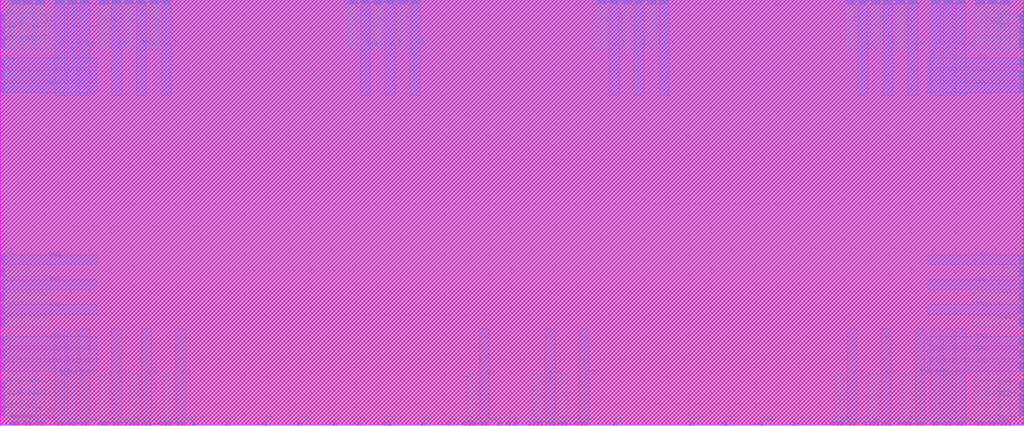
<source format=lef>
# 
#              Synchronous Via-1 ROM Compiler 
# 
#                    UMC 0.13um High Speed Logic Process 
#    __________________________________________________________________________
# 
# 
#      (C) Copyright 2002-2005 Faraday Technology Corp. All Rights Reserved.
#    
#    This source code is an unpublished work belongs to Faraday Technology
#    Corp.  It is considered a trade secret and is not to be divulged or
#    used by parties who have not received written authorization from
#    Faraday Technology Corp.
#    
#    Faraday's home page can be found at:
#    http:/www.faraday-tech.com
#   
#       Module Name      : SPUD130_512X14BM1A
#       Words            : 512
#       Bits             : 14
#       Aspect Ratio     : 1
#       Output Loading   : 0.01  (pf)
#       Data Slew        : 0.016  (ns)
#       CK Slew          : 0.016  (ns)
#       Power Ring Width : 10  (um)
#       ROM Code File    : /home/piraten/isael/ic-project09/matlab/RomCoeff.txt
# 
# -----------------------------------------------------------------------------
# 
#       Library          : FSC0U_D
#       Memaker          : 200701.1.1
#       Date             : 2009/10/23 10:39:18
# 
# -----------------------------------------------------------------------------


NAMESCASESENSITIVE ON ;
MACRO SPUD130_512X14BM1A
CLASS BLOCK ;
FOREIGN SPUD130_512X14BM1A 0.000 0.000 ;
ORIGIN 0.000 0.000 ;
SIZE 230.400 BY 96.000 ;
SYMMETRY x y r90 ;
SITE core ;
PIN VCC
  DIRECTION INOUT ;
  USE POWER ;
  SHAPE ABUTMENT ;
 PORT
  LAYER metal4 ;
  RECT 219.070 90.700 230.400 92.900 ;
  LAYER metal3 ;
  RECT 229.400 90.700 230.400 92.900 ;
  LAYER metal2 ;
  RECT 229.400 90.700 230.400 92.900 ;
  LAYER metal1 ;
  RECT 229.400 90.700 230.400 92.900 ;
 END
 PORT
  LAYER metal4 ;
  RECT 219.070 87.900 230.400 90.100 ;
  LAYER metal3 ;
  RECT 229.400 87.900 230.400 90.100 ;
  LAYER metal2 ;
  RECT 229.400 87.900 230.400 90.100 ;
  LAYER metal1 ;
  RECT 229.400 87.900 230.400 90.100 ;
 END
 PORT
  LAYER metal4 ;
  RECT 219.070 85.100 230.400 87.300 ;
  LAYER metal3 ;
  RECT 229.400 85.100 230.400 87.300 ;
  LAYER metal2 ;
  RECT 229.400 85.100 230.400 87.300 ;
  LAYER metal1 ;
  RECT 229.400 85.100 230.400 87.300 ;
 END
 PORT
  LAYER metal4 ;
  RECT 219.070 7.900 230.400 10.100 ;
  LAYER metal3 ;
  RECT 229.400 7.900 230.400 10.100 ;
  LAYER metal2 ;
  RECT 229.400 7.900 230.400 10.100 ;
  LAYER metal1 ;
  RECT 229.400 7.900 230.400 10.100 ;
 END
 PORT
  LAYER metal4 ;
  RECT 219.070 5.100 230.400 7.300 ;
  LAYER metal3 ;
  RECT 229.400 5.100 230.400 7.300 ;
  LAYER metal2 ;
  RECT 229.400 5.100 230.400 7.300 ;
  LAYER metal1 ;
  RECT 229.400 5.100 230.400 7.300 ;
 END
 PORT
  LAYER metal4 ;
  RECT 219.070 2.300 230.400 4.500 ;
  LAYER metal3 ;
  RECT 229.400 2.300 230.400 4.500 ;
  LAYER metal2 ;
  RECT 229.400 2.300 230.400 4.500 ;
  LAYER metal1 ;
  RECT 229.400 2.300 230.400 4.500 ;
 END
 PORT
  LAYER metal4 ;
  RECT 0.000 90.700 11.600 92.900 ;
  LAYER metal3 ;
  RECT 0.000 90.700 1.000 92.900 ;
  LAYER metal2 ;
  RECT 0.000 90.700 1.000 92.900 ;
  LAYER metal1 ;
  RECT 0.000 90.700 1.000 92.900 ;
 END
 PORT
  LAYER metal4 ;
  RECT 0.000 87.900 11.600 90.100 ;
  LAYER metal3 ;
  RECT 0.000 87.900 1.000 90.100 ;
  LAYER metal2 ;
  RECT 0.000 87.900 1.000 90.100 ;
  LAYER metal1 ;
  RECT 0.000 87.900 1.000 90.100 ;
 END
 PORT
  LAYER metal4 ;
  RECT 0.000 85.100 11.600 87.300 ;
  LAYER metal3 ;
  RECT 0.000 85.100 1.000 87.300 ;
  LAYER metal2 ;
  RECT 0.000 85.100 1.000 87.300 ;
  LAYER metal1 ;
  RECT 0.000 85.100 1.000 87.300 ;
 END
 PORT
  LAYER metal4 ;
  RECT 0.000 7.900 11.600 10.100 ;
  LAYER metal3 ;
  RECT 0.000 7.900 1.000 10.100 ;
  LAYER metal2 ;
  RECT 0.000 7.900 1.000 10.100 ;
  LAYER metal1 ;
  RECT 0.000 7.900 1.000 10.100 ;
 END
 PORT
  LAYER metal4 ;
  RECT 0.000 5.100 11.600 7.300 ;
  LAYER metal3 ;
  RECT 0.000 5.100 1.000 7.300 ;
  LAYER metal2 ;
  RECT 0.000 5.100 1.000 7.300 ;
  LAYER metal1 ;
  RECT 0.000 5.100 1.000 7.300 ;
 END
 PORT
  LAYER metal4 ;
  RECT 0.000 2.300 11.600 4.500 ;
  LAYER metal3 ;
  RECT 0.000 2.300 1.000 4.500 ;
  LAYER metal2 ;
  RECT 0.000 2.300 1.000 4.500 ;
  LAYER metal1 ;
  RECT 0.000 2.300 1.000 4.500 ;
 END
 PORT
  LAYER metal4 ;
  RECT 225.100 84.720 227.300 96.000 ;
  LAYER metal3 ;
  RECT 225.100 95.000 227.300 96.000 ;
  LAYER metal2 ;
  RECT 225.100 95.000 227.300 96.000 ;
  LAYER metal1 ;
  RECT 225.100 95.000 227.300 96.000 ;
 END
 PORT
  LAYER metal4 ;
  RECT 222.300 84.720 224.500 96.000 ;
  LAYER metal3 ;
  RECT 222.300 95.000 224.500 96.000 ;
  LAYER metal2 ;
  RECT 222.300 95.000 224.500 96.000 ;
  LAYER metal1 ;
  RECT 222.300 95.000 224.500 96.000 ;
 END
 PORT
  LAYER metal4 ;
  RECT 219.500 84.720 221.700 96.000 ;
  LAYER metal3 ;
  RECT 219.500 95.000 221.700 96.000 ;
  LAYER metal2 ;
  RECT 219.500 95.000 221.700 96.000 ;
  LAYER metal1 ;
  RECT 219.500 95.000 221.700 96.000 ;
 END
 PORT
  LAYER metal4 ;
  RECT 7.900 84.720 10.100 96.000 ;
  LAYER metal3 ;
  RECT 7.900 95.000 10.100 96.000 ;
  LAYER metal2 ;
  RECT 7.900 95.000 10.100 96.000 ;
  LAYER metal1 ;
  RECT 7.900 95.000 10.100 96.000 ;
 END
 PORT
  LAYER metal4 ;
  RECT 5.100 84.720 7.300 96.000 ;
  LAYER metal3 ;
  RECT 5.100 95.000 7.300 96.000 ;
  LAYER metal2 ;
  RECT 5.100 95.000 7.300 96.000 ;
  LAYER metal1 ;
  RECT 5.100 95.000 7.300 96.000 ;
 END
 PORT
  LAYER metal4 ;
  RECT 2.300 84.720 4.500 96.000 ;
  LAYER metal3 ;
  RECT 2.300 95.000 4.500 96.000 ;
  LAYER metal2 ;
  RECT 2.300 95.000 4.500 96.000 ;
  LAYER metal1 ;
  RECT 2.300 95.000 4.500 96.000 ;
 END
 PORT
  LAYER metal4 ;
  RECT 225.100 0.000 227.300 11.600 ;
  LAYER metal3 ;
  RECT 225.100 0.000 227.300 1.000 ;
  LAYER metal2 ;
  RECT 225.100 0.000 227.300 1.000 ;
  LAYER metal1 ;
  RECT 225.100 0.000 227.300 1.000 ;
 END
 PORT
  LAYER metal4 ;
  RECT 222.300 0.000 224.500 11.600 ;
  LAYER metal3 ;
  RECT 222.300 0.000 224.500 1.000 ;
  LAYER metal2 ;
  RECT 222.300 0.000 224.500 1.000 ;
  LAYER metal1 ;
  RECT 222.300 0.000 224.500 1.000 ;
 END
 PORT
  LAYER metal4 ;
  RECT 219.500 0.000 221.700 11.600 ;
  LAYER metal3 ;
  RECT 219.500 0.000 221.700 1.000 ;
  LAYER metal2 ;
  RECT 219.500 0.000 221.700 1.000 ;
  LAYER metal1 ;
  RECT 219.500 0.000 221.700 1.000 ;
 END
 PORT
  LAYER metal4 ;
  RECT 7.900 0.000 10.100 11.600 ;
  LAYER metal3 ;
  RECT 7.900 0.000 10.100 1.000 ;
  LAYER metal2 ;
  RECT 7.900 0.000 10.100 1.000 ;
  LAYER metal1 ;
  RECT 7.900 0.000 10.100 1.000 ;
 END
 PORT
  LAYER metal4 ;
  RECT 5.100 0.000 7.300 11.600 ;
  LAYER metal3 ;
  RECT 5.100 0.000 7.300 1.000 ;
  LAYER metal2 ;
  RECT 5.100 0.000 7.300 1.000 ;
  LAYER metal1 ;
  RECT 5.100 0.000 7.300 1.000 ;
 END
 PORT
  LAYER metal4 ;
  RECT 2.300 0.000 4.500 11.600 ;
  LAYER metal3 ;
  RECT 2.300 0.000 4.500 1.000 ;
  LAYER metal2 ;
  RECT 2.300 0.000 4.500 1.000 ;
  LAYER metal1 ;
  RECT 2.300 0.000 4.500 1.000 ;
 END
 PORT
  LAYER metal4 ;
  RECT 219.070 33.500 230.400 35.700 ;
  LAYER metal3 ;
  RECT 229.400 33.500 230.400 35.700 ;
  LAYER metal2 ;
  RECT 229.400 33.500 230.400 35.700 ;
  LAYER metal1 ;
  RECT 229.400 33.500 230.400 35.700 ;
 END
 PORT
  LAYER metal4 ;
  RECT 219.070 27.900 230.400 30.100 ;
  LAYER metal3 ;
  RECT 229.400 27.900 230.400 30.100 ;
  LAYER metal2 ;
  RECT 229.400 27.900 230.400 30.100 ;
  LAYER metal1 ;
  RECT 229.400 27.900 230.400 30.100 ;
 END
 PORT
  LAYER metal4 ;
  RECT 219.070 22.300 230.400 24.500 ;
  LAYER metal3 ;
  RECT 229.400 22.300 230.400 24.500 ;
  LAYER metal2 ;
  RECT 229.400 22.300 230.400 24.500 ;
  LAYER metal1 ;
  RECT 229.400 22.300 230.400 24.500 ;
 END
 PORT
  LAYER metal4 ;
  RECT 0.000 33.500 11.600 35.700 ;
  LAYER metal3 ;
  RECT 0.000 33.500 1.000 35.700 ;
  LAYER metal2 ;
  RECT 0.000 33.500 1.000 35.700 ;
  LAYER metal1 ;
  RECT 0.000 33.500 1.000 35.700 ;
 END
 PORT
  LAYER metal4 ;
  RECT 0.000 27.900 11.600 30.100 ;
  LAYER metal3 ;
  RECT 0.000 27.900 1.000 30.100 ;
  LAYER metal2 ;
  RECT 0.000 27.900 1.000 30.100 ;
  LAYER metal1 ;
  RECT 0.000 27.900 1.000 30.100 ;
 END
 PORT
  LAYER metal4 ;
  RECT 0.000 22.300 11.600 24.500 ;
  LAYER metal3 ;
  RECT 0.000 22.300 1.000 24.500 ;
  LAYER metal2 ;
  RECT 0.000 22.300 1.000 24.500 ;
  LAYER metal1 ;
  RECT 0.000 22.300 1.000 24.500 ;
 END
 PORT
  LAYER metal4 ;
  RECT 201.500 84.720 203.700 96.000 ;
  LAYER metal3 ;
  RECT 201.500 95.000 203.700 96.000 ;
  LAYER metal2 ;
  RECT 201.500 95.000 203.700 96.000 ;
  LAYER metal1 ;
  RECT 201.500 95.000 203.700 96.000 ;
 END
 PORT
  LAYER metal4 ;
  RECT 195.900 84.720 198.100 96.000 ;
  LAYER metal3 ;
  RECT 195.900 95.000 198.100 96.000 ;
  LAYER metal2 ;
  RECT 195.900 95.000 198.100 96.000 ;
  LAYER metal1 ;
  RECT 195.900 95.000 198.100 96.000 ;
 END
 PORT
  LAYER metal4 ;
  RECT 190.300 84.720 192.500 96.000 ;
  LAYER metal3 ;
  RECT 190.300 95.000 192.500 96.000 ;
  LAYER metal2 ;
  RECT 190.300 95.000 192.500 96.000 ;
  LAYER metal1 ;
  RECT 190.300 95.000 192.500 96.000 ;
 END
 PORT
  LAYER metal4 ;
  RECT 145.500 84.720 147.700 96.000 ;
  LAYER metal3 ;
  RECT 145.500 95.000 147.700 96.000 ;
  LAYER metal2 ;
  RECT 145.500 95.000 147.700 96.000 ;
  LAYER metal1 ;
  RECT 145.500 95.000 147.700 96.000 ;
 END
 PORT
  LAYER metal4 ;
  RECT 139.900 84.720 142.100 96.000 ;
  LAYER metal3 ;
  RECT 139.900 95.000 142.100 96.000 ;
  LAYER metal2 ;
  RECT 139.900 95.000 142.100 96.000 ;
  LAYER metal1 ;
  RECT 139.900 95.000 142.100 96.000 ;
 END
 PORT
  LAYER metal4 ;
  RECT 134.300 84.720 136.500 96.000 ;
  LAYER metal3 ;
  RECT 134.300 95.000 136.500 96.000 ;
  LAYER metal2 ;
  RECT 134.300 95.000 136.500 96.000 ;
  LAYER metal1 ;
  RECT 134.300 95.000 136.500 96.000 ;
 END
 PORT
  LAYER metal4 ;
  RECT 89.500 84.720 91.700 96.000 ;
  LAYER metal3 ;
  RECT 89.500 95.000 91.700 96.000 ;
  LAYER metal2 ;
  RECT 89.500 95.000 91.700 96.000 ;
  LAYER metal1 ;
  RECT 89.500 95.000 91.700 96.000 ;
 END
 PORT
  LAYER metal4 ;
  RECT 83.900 84.720 86.100 96.000 ;
  LAYER metal3 ;
  RECT 83.900 95.000 86.100 96.000 ;
  LAYER metal2 ;
  RECT 83.900 95.000 86.100 96.000 ;
  LAYER metal1 ;
  RECT 83.900 95.000 86.100 96.000 ;
 END
 PORT
  LAYER metal4 ;
  RECT 78.300 84.720 80.500 96.000 ;
  LAYER metal3 ;
  RECT 78.300 95.000 80.500 96.000 ;
  LAYER metal2 ;
  RECT 78.300 95.000 80.500 96.000 ;
  LAYER metal1 ;
  RECT 78.300 95.000 80.500 96.000 ;
 END
 PORT
  LAYER metal4 ;
  RECT 33.500 84.720 35.700 96.000 ;
  LAYER metal3 ;
  RECT 33.500 95.000 35.700 96.000 ;
  LAYER metal2 ;
  RECT 33.500 95.000 35.700 96.000 ;
  LAYER metal1 ;
  RECT 33.500 95.000 35.700 96.000 ;
 END
 PORT
  LAYER metal4 ;
  RECT 27.900 84.720 30.100 96.000 ;
  LAYER metal3 ;
  RECT 27.900 95.000 30.100 96.000 ;
  LAYER metal2 ;
  RECT 27.900 95.000 30.100 96.000 ;
  LAYER metal1 ;
  RECT 27.900 95.000 30.100 96.000 ;
 END
 PORT
  LAYER metal4 ;
  RECT 22.300 84.720 24.500 96.000 ;
  LAYER metal3 ;
  RECT 22.300 95.000 24.500 96.000 ;
  LAYER metal2 ;
  RECT 22.300 95.000 24.500 96.000 ;
  LAYER metal1 ;
  RECT 22.300 95.000 24.500 96.000 ;
 END
 PORT
  LAYER metal4 ;
  RECT 203.100 0.000 205.300 11.600 ;
  LAYER metal3 ;
  RECT 203.100 0.000 205.300 1.000 ;
  LAYER metal2 ;
  RECT 203.100 0.000 205.300 1.000 ;
  LAYER metal1 ;
  RECT 203.100 0.000 205.300 1.000 ;
 END
 PORT
  LAYER metal4 ;
  RECT 195.500 0.000 197.700 11.600 ;
  LAYER metal3 ;
  RECT 195.500 0.000 197.700 1.000 ;
  LAYER metal2 ;
  RECT 195.500 0.000 197.700 1.000 ;
  LAYER metal1 ;
  RECT 195.500 0.000 197.700 1.000 ;
 END
 PORT
  LAYER metal4 ;
  RECT 187.900 0.000 190.100 11.600 ;
  LAYER metal3 ;
  RECT 187.900 0.000 190.100 1.000 ;
  LAYER metal2 ;
  RECT 187.900 0.000 190.100 1.000 ;
  LAYER metal1 ;
  RECT 187.900 0.000 190.100 1.000 ;
 END
 PORT
  LAYER metal4 ;
  RECT 125.500 0.000 127.700 11.600 ;
  LAYER metal3 ;
  RECT 125.500 0.000 127.700 1.000 ;
  LAYER metal2 ;
  RECT 125.500 0.000 127.700 1.000 ;
  LAYER metal1 ;
  RECT 125.500 0.000 127.700 1.000 ;
 END
 PORT
  LAYER metal4 ;
  RECT 119.900 0.000 122.100 11.600 ;
  LAYER metal3 ;
  RECT 119.900 0.000 122.100 1.000 ;
  LAYER metal2 ;
  RECT 119.900 0.000 122.100 1.000 ;
  LAYER metal1 ;
  RECT 119.900 0.000 122.100 1.000 ;
 END
 PORT
  LAYER metal4 ;
  RECT 105.100 0.000 107.300 11.600 ;
  LAYER metal3 ;
  RECT 105.100 0.000 107.300 1.000 ;
  LAYER metal2 ;
  RECT 105.100 0.000 107.300 1.000 ;
  LAYER metal1 ;
  RECT 105.100 0.000 107.300 1.000 ;
 END
 PORT
  LAYER metal4 ;
  RECT 36.700 0.000 38.900 11.600 ;
  LAYER metal3 ;
  RECT 36.700 0.000 38.900 1.000 ;
  LAYER metal2 ;
  RECT 36.700 0.000 38.900 1.000 ;
  LAYER metal1 ;
  RECT 36.700 0.000 38.900 1.000 ;
 END
 PORT
  LAYER metal4 ;
  RECT 29.100 0.000 31.300 11.600 ;
  LAYER metal3 ;
  RECT 29.100 0.000 31.300 1.000 ;
  LAYER metal2 ;
  RECT 29.100 0.000 31.300 1.000 ;
  LAYER metal1 ;
  RECT 29.100 0.000 31.300 1.000 ;
 END
 PORT
  LAYER metal4 ;
  RECT 22.300 0.000 24.500 11.600 ;
  LAYER metal3 ;
  RECT 22.300 0.000 24.500 1.000 ;
  LAYER metal2 ;
  RECT 22.300 0.000 24.500 1.000 ;
  LAYER metal1 ;
  RECT 22.300 0.000 24.500 1.000 ;
 END
END VCC
PIN GND
  DIRECTION INPUT ;
  USE GROUND ;
  SHAPE ABUTMENT ;
 PORT
  LAYER metal4 ;
  RECT 229.400 80.700 230.400 82.900 ;
  LAYER metal3 ;
  RECT 208.790 80.700 230.400 82.900 ;
  LAYER metal2 ;
  RECT 229.400 80.700 230.400 82.900 ;
  LAYER metal1 ;
  RECT 229.400 80.700 230.400 82.900 ;
 END
 PORT
  LAYER metal4 ;
  RECT 229.400 77.900 230.400 80.100 ;
  LAYER metal3 ;
  RECT 208.790 77.900 230.400 80.100 ;
  LAYER metal2 ;
  RECT 229.400 77.900 230.400 80.100 ;
  LAYER metal1 ;
  RECT 229.400 77.900 230.400 80.100 ;
 END
 PORT
  LAYER metal4 ;
  RECT 229.400 75.100 230.400 77.300 ;
  LAYER metal3 ;
  RECT 208.790 75.100 230.400 77.300 ;
  LAYER metal2 ;
  RECT 229.400 75.100 230.400 77.300 ;
  LAYER metal1 ;
  RECT 229.400 75.100 230.400 77.300 ;
 END
 PORT
  LAYER metal4 ;
  RECT 229.400 17.900 230.400 20.100 ;
  LAYER metal3 ;
  RECT 208.790 17.900 230.400 20.100 ;
  LAYER metal2 ;
  RECT 229.400 17.900 230.400 20.100 ;
  LAYER metal1 ;
  RECT 229.400 17.900 230.400 20.100 ;
 END
 PORT
  LAYER metal4 ;
  RECT 229.400 15.100 230.400 17.300 ;
  LAYER metal3 ;
  RECT 208.790 15.100 230.400 17.300 ;
  LAYER metal2 ;
  RECT 229.400 15.100 230.400 17.300 ;
  LAYER metal1 ;
  RECT 229.400 15.100 230.400 17.300 ;
 END
 PORT
  LAYER metal4 ;
  RECT 229.400 12.300 230.400 14.500 ;
  LAYER metal3 ;
  RECT 208.790 12.300 230.400 14.500 ;
  LAYER metal2 ;
  RECT 229.400 12.300 230.400 14.500 ;
  LAYER metal1 ;
  RECT 229.400 12.300 230.400 14.500 ;
 END
 PORT
  LAYER metal4 ;
  RECT 0.000 80.700 1.000 82.900 ;
  LAYER metal3 ;
  RECT 0.000 80.700 21.880 82.900 ;
  LAYER metal2 ;
  RECT 0.000 80.700 1.000 82.900 ;
  LAYER metal1 ;
  RECT 0.000 80.700 1.000 82.900 ;
 END
 PORT
  LAYER metal4 ;
  RECT 0.000 77.900 1.000 80.100 ;
  LAYER metal3 ;
  RECT 0.000 77.900 21.880 80.100 ;
  LAYER metal2 ;
  RECT 0.000 77.900 1.000 80.100 ;
  LAYER metal1 ;
  RECT 0.000 77.900 1.000 80.100 ;
 END
 PORT
  LAYER metal4 ;
  RECT 0.000 75.100 1.000 77.300 ;
  LAYER metal3 ;
  RECT 0.000 75.100 21.880 77.300 ;
  LAYER metal2 ;
  RECT 0.000 75.100 1.000 77.300 ;
  LAYER metal1 ;
  RECT 0.000 75.100 1.000 77.300 ;
 END
 PORT
  LAYER metal4 ;
  RECT 0.000 17.900 1.000 20.100 ;
  LAYER metal3 ;
  RECT 0.000 17.900 21.880 20.100 ;
  LAYER metal2 ;
  RECT 0.000 17.900 1.000 20.100 ;
  LAYER metal1 ;
  RECT 0.000 17.900 1.000 20.100 ;
 END
 PORT
  LAYER metal4 ;
  RECT 0.000 15.100 1.000 17.300 ;
  LAYER metal3 ;
  RECT 0.000 15.100 21.880 17.300 ;
  LAYER metal2 ;
  RECT 0.000 15.100 1.000 17.300 ;
  LAYER metal1 ;
  RECT 0.000 15.100 1.000 17.300 ;
 END
 PORT
  LAYER metal4 ;
  RECT 0.000 12.300 1.000 14.500 ;
  LAYER metal3 ;
  RECT 0.000 12.300 21.880 14.500 ;
  LAYER metal2 ;
  RECT 0.000 12.300 1.000 14.500 ;
  LAYER metal1 ;
  RECT 0.000 12.300 1.000 14.500 ;
 END
 PORT
  LAYER metal4 ;
  RECT 215.100 95.000 217.300 96.000 ;
  LAYER metal3 ;
  RECT 215.100 74.440 217.300 96.000 ;
  LAYER metal2 ;
  RECT 215.100 95.000 217.300 96.000 ;
  LAYER metal1 ;
  RECT 215.100 95.000 217.300 96.000 ;
 END
 PORT
  LAYER metal4 ;
  RECT 212.300 95.000 214.500 96.000 ;
  LAYER metal3 ;
  RECT 212.300 74.440 214.500 96.000 ;
  LAYER metal2 ;
  RECT 212.300 95.000 214.500 96.000 ;
  LAYER metal1 ;
  RECT 212.300 95.000 214.500 96.000 ;
 END
 PORT
  LAYER metal4 ;
  RECT 209.500 95.000 211.700 96.000 ;
  LAYER metal3 ;
  RECT 209.500 74.440 211.700 96.000 ;
  LAYER metal2 ;
  RECT 209.500 95.000 211.700 96.000 ;
  LAYER metal1 ;
  RECT 209.500 95.000 211.700 96.000 ;
 END
 PORT
  LAYER metal4 ;
  RECT 17.900 95.000 20.100 96.000 ;
  LAYER metal3 ;
  RECT 17.900 74.440 20.100 96.000 ;
  LAYER metal2 ;
  RECT 17.900 95.000 20.100 96.000 ;
  LAYER metal1 ;
  RECT 17.900 95.000 20.100 96.000 ;
 END
 PORT
  LAYER metal4 ;
  RECT 15.100 95.000 17.300 96.000 ;
  LAYER metal3 ;
  RECT 15.100 74.440 17.300 96.000 ;
  LAYER metal2 ;
  RECT 15.100 95.000 17.300 96.000 ;
  LAYER metal1 ;
  RECT 15.100 95.000 17.300 96.000 ;
 END
 PORT
  LAYER metal4 ;
  RECT 12.300 95.000 14.500 96.000 ;
  LAYER metal3 ;
  RECT 12.300 74.440 14.500 96.000 ;
  LAYER metal2 ;
  RECT 12.300 95.000 14.500 96.000 ;
  LAYER metal1 ;
  RECT 12.300 95.000 14.500 96.000 ;
 END
 PORT
  LAYER metal4 ;
  RECT 215.100 0.000 217.300 1.000 ;
  LAYER metal3 ;
  RECT 215.100 0.000 217.300 21.880 ;
  LAYER metal2 ;
  RECT 215.100 0.000 217.300 1.000 ;
  LAYER metal1 ;
  RECT 215.100 0.000 217.300 1.000 ;
 END
 PORT
  LAYER metal4 ;
  RECT 212.300 0.000 214.500 1.000 ;
  LAYER metal3 ;
  RECT 212.300 0.000 214.500 21.880 ;
  LAYER metal2 ;
  RECT 212.300 0.000 214.500 1.000 ;
  LAYER metal1 ;
  RECT 212.300 0.000 214.500 1.000 ;
 END
 PORT
  LAYER metal4 ;
  RECT 209.500 0.000 211.700 1.000 ;
  LAYER metal3 ;
  RECT 209.500 0.000 211.700 21.880 ;
  LAYER metal2 ;
  RECT 209.500 0.000 211.700 1.000 ;
  LAYER metal1 ;
  RECT 209.500 0.000 211.700 1.000 ;
 END
 PORT
  LAYER metal4 ;
  RECT 17.900 0.000 20.100 1.000 ;
  LAYER metal3 ;
  RECT 17.900 0.000 20.100 21.880 ;
  LAYER metal2 ;
  RECT 17.900 0.000 20.100 1.000 ;
  LAYER metal1 ;
  RECT 17.900 0.000 20.100 1.000 ;
 END
 PORT
  LAYER metal4 ;
  RECT 15.100 0.000 17.300 1.000 ;
  LAYER metal3 ;
  RECT 15.100 0.000 17.300 21.880 ;
  LAYER metal2 ;
  RECT 15.100 0.000 17.300 1.000 ;
  LAYER metal1 ;
  RECT 15.100 0.000 17.300 1.000 ;
 END
 PORT
  LAYER metal4 ;
  RECT 12.300 0.000 14.500 1.000 ;
  LAYER metal3 ;
  RECT 12.300 0.000 14.500 21.880 ;
  LAYER metal2 ;
  RECT 12.300 0.000 14.500 1.000 ;
  LAYER metal1 ;
  RECT 12.300 0.000 14.500 1.000 ;
 END
 PORT
  LAYER metal4 ;
  RECT 229.400 36.300 230.400 38.500 ;
  LAYER metal3 ;
  RECT 208.790 36.300 230.400 38.500 ;
  LAYER metal2 ;
  RECT 229.400 36.300 230.400 38.500 ;
  LAYER metal1 ;
  RECT 229.400 36.300 230.400 38.500 ;
 END
 PORT
  LAYER metal4 ;
  RECT 229.400 30.700 230.400 32.900 ;
  LAYER metal3 ;
  RECT 208.790 30.700 230.400 32.900 ;
  LAYER metal2 ;
  RECT 229.400 30.700 230.400 32.900 ;
  LAYER metal1 ;
  RECT 229.400 30.700 230.400 32.900 ;
 END
 PORT
  LAYER metal4 ;
  RECT 229.400 25.100 230.400 27.300 ;
  LAYER metal3 ;
  RECT 208.790 25.100 230.400 27.300 ;
  LAYER metal2 ;
  RECT 229.400 25.100 230.400 27.300 ;
  LAYER metal1 ;
  RECT 229.400 25.100 230.400 27.300 ;
 END
 PORT
  LAYER metal4 ;
  RECT 0.000 36.300 1.000 38.500 ;
  LAYER metal3 ;
  RECT 0.000 36.300 21.880 38.500 ;
  LAYER metal2 ;
  RECT 0.000 36.300 1.000 38.500 ;
  LAYER metal1 ;
  RECT 0.000 36.300 1.000 38.500 ;
 END
 PORT
  LAYER metal4 ;
  RECT 0.000 30.700 1.000 32.900 ;
  LAYER metal3 ;
  RECT 0.000 30.700 21.880 32.900 ;
  LAYER metal2 ;
  RECT 0.000 30.700 1.000 32.900 ;
  LAYER metal1 ;
  RECT 0.000 30.700 1.000 32.900 ;
 END
 PORT
  LAYER metal4 ;
  RECT 0.000 25.100 1.000 27.300 ;
  LAYER metal3 ;
  RECT 0.000 25.100 21.880 27.300 ;
  LAYER metal2 ;
  RECT 0.000 25.100 1.000 27.300 ;
  LAYER metal1 ;
  RECT 0.000 25.100 1.000 27.300 ;
 END
 PORT
  LAYER metal4 ;
  RECT 204.300 95.000 206.500 96.000 ;
  LAYER metal3 ;
  RECT 204.300 74.440 206.500 96.000 ;
  LAYER metal2 ;
  RECT 204.300 95.000 206.500 96.000 ;
  LAYER metal1 ;
  RECT 204.300 95.000 206.500 96.000 ;
 END
 PORT
  LAYER metal4 ;
  RECT 198.700 95.000 200.900 96.000 ;
  LAYER metal3 ;
  RECT 198.700 74.440 200.900 96.000 ;
  LAYER metal2 ;
  RECT 198.700 95.000 200.900 96.000 ;
  LAYER metal1 ;
  RECT 198.700 95.000 200.900 96.000 ;
 END
 PORT
  LAYER metal4 ;
  RECT 193.100 95.000 195.300 96.000 ;
  LAYER metal3 ;
  RECT 193.100 74.440 195.300 96.000 ;
  LAYER metal2 ;
  RECT 193.100 95.000 195.300 96.000 ;
  LAYER metal1 ;
  RECT 193.100 95.000 195.300 96.000 ;
 END
 PORT
  LAYER metal4 ;
  RECT 148.300 95.000 150.500 96.000 ;
  LAYER metal3 ;
  RECT 148.300 74.440 150.500 96.000 ;
  LAYER metal2 ;
  RECT 148.300 95.000 150.500 96.000 ;
  LAYER metal1 ;
  RECT 148.300 95.000 150.500 96.000 ;
 END
 PORT
  LAYER metal4 ;
  RECT 142.700 95.000 144.900 96.000 ;
  LAYER metal3 ;
  RECT 142.700 74.440 144.900 96.000 ;
  LAYER metal2 ;
  RECT 142.700 95.000 144.900 96.000 ;
  LAYER metal1 ;
  RECT 142.700 95.000 144.900 96.000 ;
 END
 PORT
  LAYER metal4 ;
  RECT 137.100 95.000 139.300 96.000 ;
  LAYER metal3 ;
  RECT 137.100 74.440 139.300 96.000 ;
  LAYER metal2 ;
  RECT 137.100 95.000 139.300 96.000 ;
  LAYER metal1 ;
  RECT 137.100 95.000 139.300 96.000 ;
 END
 PORT
  LAYER metal4 ;
  RECT 92.300 95.000 94.500 96.000 ;
  LAYER metal3 ;
  RECT 92.300 74.440 94.500 96.000 ;
  LAYER metal2 ;
  RECT 92.300 95.000 94.500 96.000 ;
  LAYER metal1 ;
  RECT 92.300 95.000 94.500 96.000 ;
 END
 PORT
  LAYER metal4 ;
  RECT 86.700 95.000 88.900 96.000 ;
  LAYER metal3 ;
  RECT 86.700 74.440 88.900 96.000 ;
  LAYER metal2 ;
  RECT 86.700 95.000 88.900 96.000 ;
  LAYER metal1 ;
  RECT 86.700 95.000 88.900 96.000 ;
 END
 PORT
  LAYER metal4 ;
  RECT 81.100 95.000 83.300 96.000 ;
  LAYER metal3 ;
  RECT 81.100 74.440 83.300 96.000 ;
  LAYER metal2 ;
  RECT 81.100 95.000 83.300 96.000 ;
  LAYER metal1 ;
  RECT 81.100 95.000 83.300 96.000 ;
 END
 PORT
  LAYER metal4 ;
  RECT 36.300 95.000 38.500 96.000 ;
  LAYER metal3 ;
  RECT 36.300 74.440 38.500 96.000 ;
  LAYER metal2 ;
  RECT 36.300 95.000 38.500 96.000 ;
  LAYER metal1 ;
  RECT 36.300 95.000 38.500 96.000 ;
 END
 PORT
  LAYER metal4 ;
  RECT 30.700 95.000 32.900 96.000 ;
  LAYER metal3 ;
  RECT 30.700 74.440 32.900 96.000 ;
  LAYER metal2 ;
  RECT 30.700 95.000 32.900 96.000 ;
  LAYER metal1 ;
  RECT 30.700 95.000 32.900 96.000 ;
 END
 PORT
  LAYER metal4 ;
  RECT 25.100 95.000 27.300 96.000 ;
  LAYER metal3 ;
  RECT 25.100 74.440 27.300 96.000 ;
  LAYER metal2 ;
  RECT 25.100 95.000 27.300 96.000 ;
  LAYER metal1 ;
  RECT 25.100 95.000 27.300 96.000 ;
 END
 PORT
  LAYER metal4 ;
  RECT 205.900 0.000 208.100 1.000 ;
  LAYER metal3 ;
  RECT 205.900 0.000 208.100 21.880 ;
  LAYER metal2 ;
  RECT 205.900 0.000 208.100 1.000 ;
  LAYER metal1 ;
  RECT 205.900 0.000 208.100 1.000 ;
 END
 PORT
  LAYER metal4 ;
  RECT 198.300 0.000 200.500 1.000 ;
  LAYER metal3 ;
  RECT 198.300 0.000 200.500 21.880 ;
  LAYER metal2 ;
  RECT 198.300 0.000 200.500 1.000 ;
  LAYER metal1 ;
  RECT 198.300 0.000 200.500 1.000 ;
 END
 PORT
  LAYER metal4 ;
  RECT 190.700 0.000 192.900 1.000 ;
  LAYER metal3 ;
  RECT 190.700 0.000 192.900 21.880 ;
  LAYER metal2 ;
  RECT 190.700 0.000 192.900 1.000 ;
  LAYER metal1 ;
  RECT 190.700 0.000 192.900 1.000 ;
 END
 PORT
  LAYER metal4 ;
  RECT 130.300 0.000 132.500 1.000 ;
  LAYER metal3 ;
  RECT 130.300 0.000 132.500 21.880 ;
  LAYER metal2 ;
  RECT 130.300 0.000 132.500 1.000 ;
  LAYER metal1 ;
  RECT 130.300 0.000 132.500 1.000 ;
 END
 PORT
  LAYER metal4 ;
  RECT 122.700 0.000 124.900 1.000 ;
  LAYER metal3 ;
  RECT 122.700 0.000 124.900 21.880 ;
  LAYER metal2 ;
  RECT 122.700 0.000 124.900 1.000 ;
  LAYER metal1 ;
  RECT 122.700 0.000 124.900 1.000 ;
 END
 PORT
  LAYER metal4 ;
  RECT 107.900 0.000 110.100 1.000 ;
  LAYER metal3 ;
  RECT 107.900 0.000 110.100 21.880 ;
  LAYER metal2 ;
  RECT 107.900 0.000 110.100 1.000 ;
  LAYER metal1 ;
  RECT 107.900 0.000 110.100 1.000 ;
 END
 PORT
  LAYER metal4 ;
  RECT 39.500 0.000 41.700 1.000 ;
  LAYER metal3 ;
  RECT 39.500 0.000 41.700 21.880 ;
  LAYER metal2 ;
  RECT 39.500 0.000 41.700 1.000 ;
  LAYER metal1 ;
  RECT 39.500 0.000 41.700 1.000 ;
 END
 PORT
  LAYER metal4 ;
  RECT 31.900 0.000 34.100 1.000 ;
  LAYER metal3 ;
  RECT 31.900 0.000 34.100 21.880 ;
  LAYER metal2 ;
  RECT 31.900 0.000 34.100 1.000 ;
  LAYER metal1 ;
  RECT 31.900 0.000 34.100 1.000 ;
 END
 PORT
  LAYER metal4 ;
  RECT 25.100 0.000 27.300 1.000 ;
  LAYER metal3 ;
  RECT 25.100 0.000 27.300 21.880 ;
  LAYER metal2 ;
  RECT 25.100 0.000 27.300 1.000 ;
  LAYER metal1 ;
  RECT 25.100 0.000 27.300 1.000 ;
 END
END GND
PIN DO13
  DIRECTION OUTPUT ;
  CAPACITANCE 0.019 ;
 PORT
  LAYER metal4 ;
  RECT 202.000 0.000 202.800 1.000 ;
  LAYER metal3 ;
  RECT 202.000 0.000 202.800 1.000 ;
  LAYER metal2 ;
  RECT 202.000 0.000 202.800 1.000 ;
  LAYER metal1 ;
  RECT 202.000 0.000 202.800 1.000 ;
 END
END DO13
PIN DO12
  DIRECTION OUTPUT ;
  CAPACITANCE 0.019 ;
 PORT
  LAYER metal4 ;
  RECT 194.400 0.000 195.200 1.000 ;
  LAYER metal3 ;
  RECT 194.400 0.000 195.200 1.000 ;
  LAYER metal2 ;
  RECT 194.400 0.000 195.200 1.000 ;
  LAYER metal1 ;
  RECT 194.400 0.000 195.200 1.000 ;
 END
END DO12
PIN DO11
  DIRECTION OUTPUT ;
  CAPACITANCE 0.019 ;
 PORT
  LAYER metal4 ;
  RECT 186.800 0.000 187.600 1.000 ;
  LAYER metal3 ;
  RECT 186.800 0.000 187.600 1.000 ;
  LAYER metal2 ;
  RECT 186.800 0.000 187.600 1.000 ;
  LAYER metal1 ;
  RECT 186.800 0.000 187.600 1.000 ;
 END
END DO11
PIN DO10
  DIRECTION OUTPUT ;
  CAPACITANCE 0.019 ;
 PORT
  LAYER metal4 ;
  RECT 178.400 0.000 179.200 1.000 ;
  LAYER metal3 ;
  RECT 178.400 0.000 179.200 1.000 ;
  LAYER metal2 ;
  RECT 178.400 0.000 179.200 1.000 ;
  LAYER metal1 ;
  RECT 178.400 0.000 179.200 1.000 ;
 END
END DO10
PIN DO9
  DIRECTION OUTPUT ;
  CAPACITANCE 0.019 ;
 PORT
  LAYER metal4 ;
  RECT 170.800 0.000 171.600 1.000 ;
  LAYER metal3 ;
  RECT 170.800 0.000 171.600 1.000 ;
  LAYER metal2 ;
  RECT 170.800 0.000 171.600 1.000 ;
  LAYER metal1 ;
  RECT 170.800 0.000 171.600 1.000 ;
 END
END DO9
PIN DO8
  DIRECTION OUTPUT ;
  CAPACITANCE 0.019 ;
 PORT
  LAYER metal4 ;
  RECT 162.800 0.000 163.600 1.000 ;
  LAYER metal3 ;
  RECT 162.800 0.000 163.600 1.000 ;
  LAYER metal2 ;
  RECT 162.800 0.000 163.600 1.000 ;
  LAYER metal1 ;
  RECT 162.800 0.000 163.600 1.000 ;
 END
END DO8
PIN DO7
  DIRECTION OUTPUT ;
  CAPACITANCE 0.019 ;
 PORT
  LAYER metal4 ;
  RECT 155.200 0.000 156.000 1.000 ;
  LAYER metal3 ;
  RECT 155.200 0.000 156.000 1.000 ;
  LAYER metal2 ;
  RECT 155.200 0.000 156.000 1.000 ;
  LAYER metal1 ;
  RECT 155.200 0.000 156.000 1.000 ;
 END
END DO7
PIN OE
  DIRECTION INPUT ;
  CAPACITANCE 0.019 ;
 PORT
  LAYER metal4 ;
  RECT 138.000 0.000 138.800 1.000 ;
  LAYER metal3 ;
  RECT 138.000 0.000 138.800 1.000 ;
  LAYER metal2 ;
  RECT 138.000 0.000 138.800 1.000 ;
  LAYER metal1 ;
  RECT 138.000 0.000 138.800 1.000 ;
 END
END OE
PIN CK
  DIRECTION INPUT ;
  CAPACITANCE 0.039 ;
 PORT
  LAYER metal4 ;
  RECT 129.200 0.000 130.000 1.000 ;
  LAYER metal3 ;
  RECT 129.200 0.000 130.000 1.000 ;
  LAYER metal2 ;
  RECT 129.200 0.000 130.000 1.000 ;
  LAYER metal1 ;
  RECT 129.200 0.000 130.000 1.000 ;
 END
END CK
PIN A3
  DIRECTION INPUT ;
  CAPACITANCE 0.015 ;
 PORT
  LAYER metal4 ;
  RECT 118.800 0.000 119.600 1.000 ;
  LAYER metal3 ;
  RECT 118.800 0.000 119.600 1.000 ;
  LAYER metal2 ;
  RECT 118.800 0.000 119.600 1.000 ;
  LAYER metal1 ;
  RECT 118.800 0.000 119.600 1.000 ;
 END
END A3
PIN A2
  DIRECTION INPUT ;
  CAPACITANCE 0.015 ;
 PORT
  LAYER metal4 ;
  RECT 115.600 0.000 116.400 1.000 ;
  LAYER metal3 ;
  RECT 115.600 0.000 116.400 1.000 ;
  LAYER metal2 ;
  RECT 115.600 0.000 116.400 1.000 ;
  LAYER metal1 ;
  RECT 115.600 0.000 116.400 1.000 ;
 END
END A2
PIN CS
  DIRECTION INPUT ;
  CAPACITANCE 0.035 ;
 PORT
  LAYER metal4 ;
  RECT 114.000 0.000 114.800 1.000 ;
  LAYER metal3 ;
  RECT 114.000 0.000 114.800 1.000 ;
  LAYER metal2 ;
  RECT 114.000 0.000 114.800 1.000 ;
  LAYER metal1 ;
  RECT 114.000 0.000 114.800 1.000 ;
 END
END CS
PIN A1
  DIRECTION INPUT ;
  CAPACITANCE 0.015 ;
 PORT
  LAYER metal4 ;
  RECT 112.000 0.000 112.800 1.000 ;
  LAYER metal3 ;
  RECT 112.000 0.000 112.800 1.000 ;
  LAYER metal2 ;
  RECT 112.000 0.000 112.800 1.000 ;
  LAYER metal1 ;
  RECT 112.000 0.000 112.800 1.000 ;
 END
END A1
PIN A4
  DIRECTION INPUT ;
  CAPACITANCE 0.015 ;
 PORT
  LAYER metal4 ;
  RECT 104.000 0.000 104.800 1.000 ;
  LAYER metal3 ;
  RECT 104.000 0.000 104.800 1.000 ;
  LAYER metal2 ;
  RECT 104.000 0.000 104.800 1.000 ;
  LAYER metal1 ;
  RECT 104.000 0.000 104.800 1.000 ;
 END
END A4
PIN A5
  DIRECTION INPUT ;
  CAPACITANCE 0.015 ;
 PORT
  LAYER metal4 ;
  RECT 100.400 0.000 101.200 1.000 ;
  LAYER metal3 ;
  RECT 100.400 0.000 101.200 1.000 ;
  LAYER metal2 ;
  RECT 100.400 0.000 101.200 1.000 ;
  LAYER metal1 ;
  RECT 100.400 0.000 101.200 1.000 ;
 END
END A5
PIN A6
  DIRECTION INPUT ;
  CAPACITANCE 0.015 ;
 PORT
  LAYER metal4 ;
  RECT 94.800 0.000 95.600 1.000 ;
  LAYER metal3 ;
  RECT 94.800 0.000 95.600 1.000 ;
  LAYER metal2 ;
  RECT 94.800 0.000 95.600 1.000 ;
  LAYER metal1 ;
  RECT 94.800 0.000 95.600 1.000 ;
 END
END A6
PIN A7
  DIRECTION INPUT ;
  CAPACITANCE 0.015 ;
 PORT
  LAYER metal4 ;
  RECT 87.200 0.000 88.000 1.000 ;
  LAYER metal3 ;
  RECT 87.200 0.000 88.000 1.000 ;
  LAYER metal2 ;
  RECT 87.200 0.000 88.000 1.000 ;
  LAYER metal1 ;
  RECT 87.200 0.000 88.000 1.000 ;
 END
END A7
PIN A8
  DIRECTION INPUT ;
  CAPACITANCE 0.015 ;
 PORT
  LAYER metal4 ;
  RECT 86.000 0.000 86.800 1.000 ;
  LAYER metal3 ;
  RECT 86.000 0.000 86.800 1.000 ;
  LAYER metal2 ;
  RECT 86.000 0.000 86.800 1.000 ;
  LAYER metal1 ;
  RECT 86.000 0.000 86.800 1.000 ;
 END
END A8
PIN A0
  DIRECTION INPUT ;
  CAPACITANCE 0.015 ;
 PORT
  LAYER metal4 ;
  RECT 80.400 0.000 81.200 1.000 ;
  LAYER metal3 ;
  RECT 80.400 0.000 81.200 1.000 ;
  LAYER metal2 ;
  RECT 80.400 0.000 81.200 1.000 ;
  LAYER metal1 ;
  RECT 80.400 0.000 81.200 1.000 ;
 END
END A0
PIN DO6
  DIRECTION OUTPUT ;
  CAPACITANCE 0.019 ;
 PORT
  LAYER metal4 ;
  RECT 74.800 0.000 75.600 1.000 ;
  LAYER metal3 ;
  RECT 74.800 0.000 75.600 1.000 ;
  LAYER metal2 ;
  RECT 74.800 0.000 75.600 1.000 ;
  LAYER metal1 ;
  RECT 74.800 0.000 75.600 1.000 ;
 END
END DO6
PIN DO5
  DIRECTION OUTPUT ;
  CAPACITANCE 0.019 ;
 PORT
  LAYER metal4 ;
  RECT 66.800 0.000 67.600 1.000 ;
  LAYER metal3 ;
  RECT 66.800 0.000 67.600 1.000 ;
  LAYER metal2 ;
  RECT 66.800 0.000 67.600 1.000 ;
  LAYER metal1 ;
  RECT 66.800 0.000 67.600 1.000 ;
 END
END DO5
PIN DO4
  DIRECTION OUTPUT ;
  CAPACITANCE 0.019 ;
 PORT
  LAYER metal4 ;
  RECT 59.200 0.000 60.000 1.000 ;
  LAYER metal3 ;
  RECT 59.200 0.000 60.000 1.000 ;
  LAYER metal2 ;
  RECT 59.200 0.000 60.000 1.000 ;
  LAYER metal1 ;
  RECT 59.200 0.000 60.000 1.000 ;
 END
END DO4
PIN DO3
  DIRECTION OUTPUT ;
  CAPACITANCE 0.019 ;
 PORT
  LAYER metal4 ;
  RECT 50.800 0.000 51.600 1.000 ;
  LAYER metal3 ;
  RECT 50.800 0.000 51.600 1.000 ;
  LAYER metal2 ;
  RECT 50.800 0.000 51.600 1.000 ;
  LAYER metal1 ;
  RECT 50.800 0.000 51.600 1.000 ;
 END
END DO3
PIN DO2
  DIRECTION OUTPUT ;
  CAPACITANCE 0.019 ;
 PORT
  LAYER metal4 ;
  RECT 43.200 0.000 44.000 1.000 ;
  LAYER metal3 ;
  RECT 43.200 0.000 44.000 1.000 ;
  LAYER metal2 ;
  RECT 43.200 0.000 44.000 1.000 ;
  LAYER metal1 ;
  RECT 43.200 0.000 44.000 1.000 ;
 END
END DO2
PIN DO1
  DIRECTION OUTPUT ;
  CAPACITANCE 0.019 ;
 PORT
  LAYER metal4 ;
  RECT 35.600 0.000 36.400 1.000 ;
  LAYER metal3 ;
  RECT 35.600 0.000 36.400 1.000 ;
  LAYER metal2 ;
  RECT 35.600 0.000 36.400 1.000 ;
  LAYER metal1 ;
  RECT 35.600 0.000 36.400 1.000 ;
 END
END DO1
PIN DO0
  DIRECTION OUTPUT ;
  CAPACITANCE 0.019 ;
 PORT
  LAYER metal4 ;
  RECT 28.000 0.000 28.800 1.000 ;
  LAYER metal3 ;
  RECT 28.000 0.000 28.800 1.000 ;
  LAYER metal2 ;
  RECT 28.000 0.000 28.800 1.000 ;
  LAYER metal1 ;
  RECT 28.000 0.000 28.800 1.000 ;
 END
END DO0
OBS
  LAYER via3 ;
  RECT 0.000 0.200 230.400 96.000 ;
  LAYER via2 ;
  RECT 0.000 0.200 230.400 96.000 ;
  LAYER via ;
  RECT 0.000 0.200 230.400 96.000 ;
  LAYER metal4 SPACING 0.280 ;
  RECT 0.000 0.200 230.400 96.000 ;
  LAYER metal3 SPACING 0.280 ;
  RECT 0.000 0.200 230.400 96.000 ;
  LAYER metal2 SPACING 0.280 ;
  RECT 0.000 0.200 230.400 96.000 ;
  LAYER metal1 SPACING 0.260 ;
  RECT 0.000 0.200 230.400 96.000 ;
END
END SPUD130_512X14BM1A
END LIBRARY



</source>
